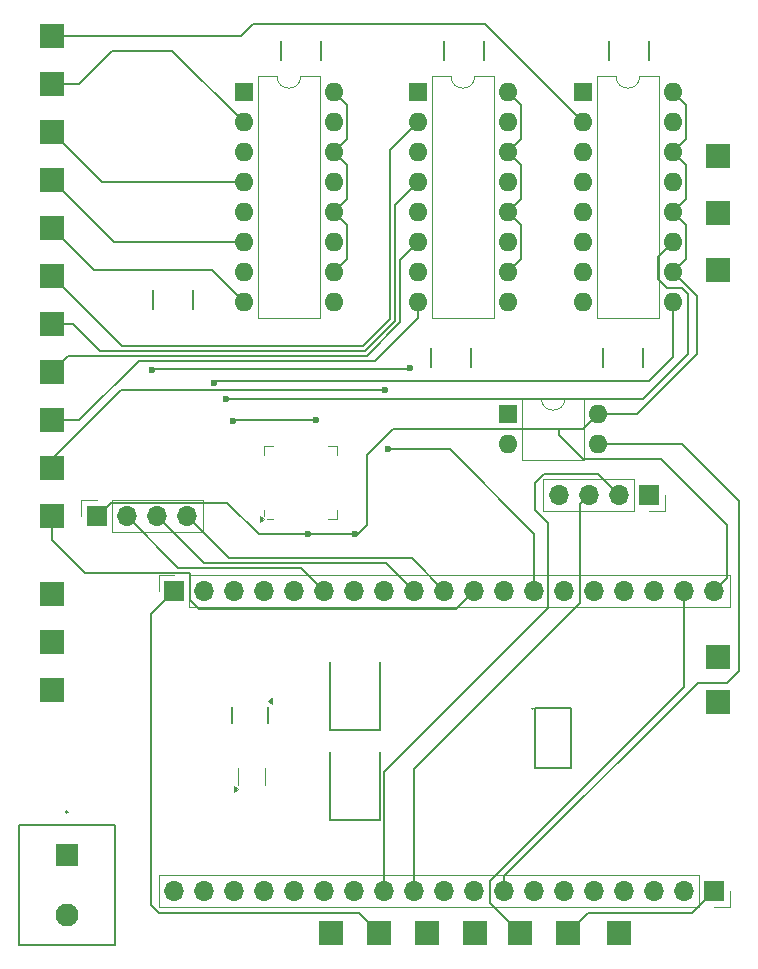
<source format=gbr>
%TF.GenerationSoftware,KiCad,Pcbnew,8.0.9-8.0.9-0~ubuntu22.04.1*%
%TF.CreationDate,2025-03-06T09:29:29+01:00*%
%TF.ProjectId,BrakeOutBoard,4272616b-654f-4757-9442-6f6172642e6b,rev?*%
%TF.SameCoordinates,Original*%
%TF.FileFunction,Legend,Top*%
%TF.FilePolarity,Positive*%
%FSLAX46Y46*%
G04 Gerber Fmt 4.6, Leading zero omitted, Abs format (unit mm)*
G04 Created by KiCad (PCBNEW 8.0.9-8.0.9-0~ubuntu22.04.1) date 2025-03-06 09:29:29*
%MOMM*%
%LPD*%
G01*
G04 APERTURE LIST*
G04 Aperture macros list*
%AMRoundRect*
0 Rectangle with rounded corners*
0 $1 Rounding radius*
0 $2 $3 $4 $5 $6 $7 $8 $9 X,Y pos of 4 corners*
0 Add a 4 corners polygon primitive as box body*
4,1,4,$2,$3,$4,$5,$6,$7,$8,$9,$2,$3,0*
0 Add four circle primitives for the rounded corners*
1,1,$1+$1,$2,$3*
1,1,$1+$1,$4,$5*
1,1,$1+$1,$6,$7*
1,1,$1+$1,$8,$9*
0 Add four rect primitives between the rounded corners*
20,1,$1+$1,$2,$3,$4,$5,0*
20,1,$1+$1,$4,$5,$6,$7,0*
20,1,$1+$1,$6,$7,$8,$9,0*
20,1,$1+$1,$8,$9,$2,$3,0*%
G04 Aperture macros list end*
%ADD10C,0.120000*%
%ADD11C,0.150000*%
%ADD12C,0.127000*%
%ADD13C,0.200000*%
%TA.AperFunction,ComponentPad*%
%ADD14R,1.600000X1.600000*%
%TD*%
%TA.AperFunction,ComponentPad*%
%ADD15O,1.600000X1.600000*%
%TD*%
%TA.AperFunction,ComponentPad*%
%ADD16RoundRect,0.250001X0.799999X-0.799999X0.799999X0.799999X-0.799999X0.799999X-0.799999X-0.799999X0*%
%TD*%
%TA.AperFunction,ComponentPad*%
%ADD17RoundRect,0.250001X0.799999X0.799999X-0.799999X0.799999X-0.799999X-0.799999X0.799999X-0.799999X0*%
%TD*%
%TA.AperFunction,ComponentPad*%
%ADD18R,1.950000X1.950000*%
%TD*%
%TA.AperFunction,ComponentPad*%
%ADD19C,1.950000*%
%TD*%
%TA.AperFunction,ComponentPad*%
%ADD20RoundRect,0.250001X-0.799999X-0.799999X0.799999X-0.799999X0.799999X0.799999X-0.799999X0.799999X0*%
%TD*%
%TA.AperFunction,ComponentPad*%
%ADD21RoundRect,0.250001X-0.799999X0.799999X-0.799999X-0.799999X0.799999X-0.799999X0.799999X0.799999X0*%
%TD*%
%TA.AperFunction,ComponentPad*%
%ADD22R,1.700000X1.700000*%
%TD*%
%TA.AperFunction,ComponentPad*%
%ADD23O,1.700000X1.700000*%
%TD*%
%TA.AperFunction,ViaPad*%
%ADD24C,0.600000*%
%TD*%
%TA.AperFunction,Conductor*%
%ADD25C,0.200000*%
%TD*%
G04 APERTURE END LIST*
D10*
%TO.C,U1*%
X159465600Y-80273200D02*
X159465600Y-100713200D01*
X159465600Y-100713200D02*
X164765600Y-100713200D01*
X161115600Y-80273200D02*
X159465600Y-80273200D01*
X164765600Y-80273200D02*
X163115600Y-80273200D01*
X164765600Y-100713200D02*
X164765600Y-80273200D01*
X163115600Y-80273200D02*
G75*
G02*
X161115600Y-80273200I-1000000J0D01*
G01*
D11*
%TO.C,Q2*%
X142521600Y-134343200D02*
X142521600Y-133693200D01*
X142521600Y-134343200D02*
X142521600Y-134993200D01*
X145641600Y-134343200D02*
X145641600Y-133693200D01*
X145641600Y-134343200D02*
X145641600Y-134993200D01*
D10*
X145921600Y-133420700D02*
X145591600Y-133180700D01*
X145921600Y-132940700D01*
X145921600Y-133420700D01*
G36*
X145921600Y-133420700D02*
G01*
X145591600Y-133180700D01*
X145921600Y-132940700D01*
X145921600Y-133420700D01*
G37*
D12*
%TO.C,USB_OUT_1*%
X124512600Y-143669700D02*
X124512600Y-153829700D01*
X124512600Y-153829700D02*
X132662600Y-153829700D01*
X132662600Y-143669700D02*
X124512600Y-143669700D01*
X132662600Y-153829700D02*
X132662600Y-143669700D01*
D13*
X128662600Y-142569700D02*
G75*
G02*
X128462600Y-142569700I-100000J0D01*
G01*
X128462600Y-142569700D02*
G75*
G02*
X128662600Y-142569700I100000J0D01*
G01*
D11*
%TO.C,R9*%
X146699600Y-77303200D02*
X146699600Y-78903200D01*
X150099600Y-77303200D02*
X150099600Y-78903200D01*
%TO.C,R7*%
X159399600Y-104903200D02*
X159399600Y-103303200D01*
X162799600Y-104903200D02*
X162799600Y-103303200D01*
D10*
%TO.C,Q1*%
X143033600Y-140245200D02*
X143033600Y-138835200D01*
X145353600Y-140235200D02*
X145353600Y-138835200D01*
X143083600Y-140615200D02*
X142753600Y-140855200D01*
X142753600Y-140375200D01*
X143083600Y-140615200D01*
G36*
X143083600Y-140615200D02*
G01*
X142753600Y-140855200D01*
X142753600Y-140375200D01*
X143083600Y-140615200D01*
G37*
D11*
%TO.C,R301*%
X135885600Y-99927200D02*
X135885600Y-98327200D01*
X139285600Y-99927200D02*
X139285600Y-98327200D01*
%TO.C,R13*%
X174455600Y-77303200D02*
X174455600Y-78903200D01*
X177855600Y-77303200D02*
X177855600Y-78903200D01*
D10*
%TO.C,J20*%
X136361800Y-147897800D02*
X136361800Y-150557800D01*
X182141800Y-147897800D02*
X136361800Y-147897800D01*
X182141800Y-147897800D02*
X182141800Y-150557800D01*
X182141800Y-150557800D02*
X136361800Y-150557800D01*
X184741800Y-149227800D02*
X184741800Y-150557800D01*
X184741800Y-150557800D02*
X183411800Y-150557800D01*
D11*
%TO.C,U101*%
X168215600Y-133769200D02*
X171255600Y-133769200D01*
X168215600Y-138829200D02*
X168215600Y-133769200D01*
X171255600Y-133769200D02*
X171255600Y-138829200D01*
X171255600Y-138829200D02*
X168215600Y-138829200D01*
X168015600Y-133799200D02*
G75*
G02*
X167955600Y-133799200I-30000J0D01*
G01*
X167955600Y-133799200D02*
G75*
G02*
X168015600Y-133799200I30000J0D01*
G01*
D10*
%TO.C,J5*%
X136361800Y-122497800D02*
X137691800Y-122497800D01*
X136361800Y-123827800D02*
X136361800Y-122497800D01*
X138961800Y-122497800D02*
X184741800Y-122497800D01*
X138961800Y-125157800D02*
X138961800Y-122497800D01*
X138961800Y-125157800D02*
X184741800Y-125157800D01*
X184741800Y-125157800D02*
X184741800Y-122497800D01*
%TO.C,GPS_1*%
X168913600Y-114395200D02*
X168913600Y-117055200D01*
X176593600Y-114395200D02*
X168913600Y-114395200D01*
X176593600Y-114395200D02*
X176593600Y-117055200D01*
X176593600Y-117055200D02*
X168913600Y-117055200D01*
X179193600Y-115725200D02*
X179193600Y-117055200D01*
X179193600Y-117055200D02*
X177863600Y-117055200D01*
D11*
%TO.C,D2*%
X150821600Y-143261200D02*
X150821600Y-137451200D01*
X150821600Y-143261200D02*
X155121600Y-143261200D01*
X155121600Y-143261200D02*
X155121600Y-137451200D01*
D10*
%TO.C,U4*%
X173433100Y-80273200D02*
X173433100Y-100713200D01*
X173433100Y-100713200D02*
X178733100Y-100713200D01*
X175083100Y-80273200D02*
X173433100Y-80273200D01*
X178733100Y-80273200D02*
X177083100Y-80273200D01*
X178733100Y-100713200D02*
X178733100Y-80273200D01*
X177083100Y-80273200D02*
G75*
G02*
X175083100Y-80273200I-1000000J0D01*
G01*
%TO.C,U2*%
X144733600Y-80273200D02*
X144733600Y-100713200D01*
X144733600Y-100713200D02*
X150033600Y-100713200D01*
X146383600Y-80273200D02*
X144733600Y-80273200D01*
X150033600Y-80273200D02*
X148383600Y-80273200D01*
X150033600Y-100713200D02*
X150033600Y-80273200D01*
X148383600Y-80273200D02*
G75*
G02*
X146383600Y-80273200I-1000000J0D01*
G01*
%TO.C,BME_280*%
X129797600Y-116173200D02*
X131127600Y-116173200D01*
X129797600Y-117503200D02*
X129797600Y-116173200D01*
X132397600Y-116173200D02*
X140077600Y-116173200D01*
X132397600Y-118833200D02*
X132397600Y-116173200D01*
X132397600Y-118833200D02*
X140077600Y-118833200D01*
X140077600Y-118833200D02*
X140077600Y-116173200D01*
%TO.C,U3*%
X167095600Y-107532200D02*
X167095600Y-112732200D01*
X167095600Y-112732200D02*
X172395600Y-112732200D01*
X168745600Y-107532200D02*
X167095600Y-107532200D01*
X172395600Y-107532200D02*
X170745600Y-107532200D01*
X172395600Y-112732200D02*
X172395600Y-107532200D01*
X170745600Y-107532200D02*
G75*
G02*
X168745600Y-107532200I-1000000J0D01*
G01*
D11*
%TO.C,D1*%
X150821600Y-135641200D02*
X150821600Y-129831200D01*
X150821600Y-135641200D02*
X155121600Y-135641200D01*
X155121600Y-135641200D02*
X155121600Y-129831200D01*
D10*
%TO.C,U501*%
X145259600Y-111555700D02*
X146009600Y-111555700D01*
X145259600Y-112305700D02*
X145259600Y-111555700D01*
X145259600Y-117025700D02*
X145259600Y-117475700D01*
X146009600Y-117775700D02*
X145499600Y-117775700D01*
X151479600Y-111555700D02*
X150729600Y-111555700D01*
X151479600Y-112305700D02*
X151479600Y-111555700D01*
X151479600Y-117025700D02*
X151479600Y-117775700D01*
X151479600Y-117775700D02*
X150729600Y-117775700D01*
X145259600Y-117775700D02*
X144929600Y-118015700D01*
X144929600Y-117535700D01*
X145259600Y-117775700D01*
G36*
X145259600Y-117775700D02*
G01*
X144929600Y-118015700D01*
X144929600Y-117535700D01*
X145259600Y-117775700D01*
G37*
D11*
%TO.C,R10*%
X160485600Y-77303200D02*
X160485600Y-78903200D01*
X163885600Y-77303200D02*
X163885600Y-78903200D01*
%TO.C,R11*%
X173947600Y-104903200D02*
X173947600Y-103303200D01*
X177347600Y-104903200D02*
X177347600Y-103303200D01*
%TD*%
D14*
%TO.P,U1,1*%
%TO.N,Net-(R7-Pad5)*%
X158305600Y-81603200D03*
D15*
%TO.P,U1,2*%
%TO.N,/Optocopler/BrakePads*%
X158305600Y-84143200D03*
%TO.P,U1,3*%
%TO.N,Net-(R7-Pad6)*%
X158305600Y-86683200D03*
%TO.P,U1,4*%
%TO.N,/Optocopler/MotorCap*%
X158305600Y-89223200D03*
%TO.P,U1,5*%
%TO.N,Net-(R7-Pad7)*%
X158305600Y-91763200D03*
%TO.P,U1,6*%
%TO.N,/Optocopler/WhiperWater*%
X158305600Y-94303200D03*
%TO.P,U1,7*%
%TO.N,Net-(R7-Pad8)*%
X158305600Y-96843200D03*
%TO.P,U1,8*%
%TO.N,Net-(BF_1-Pin_1)*%
X158305600Y-99383200D03*
%TO.P,U1,9*%
%TO.N,PortExpander GPA2*%
X165925600Y-99383200D03*
%TO.P,U1,10*%
%TO.N,3\u002C3 V from ESP*%
X165925600Y-96843200D03*
%TO.P,U1,11*%
%TO.N,PortExpander GPA3*%
X165925600Y-94303200D03*
%TO.P,U1,12*%
%TO.N,3\u002C3 V from ESP*%
X165925600Y-91763200D03*
%TO.P,U1,13*%
%TO.N,PortExpander GPA1*%
X165925600Y-89223200D03*
%TO.P,U1,14*%
%TO.N,3\u002C3 V from ESP*%
X165925600Y-86683200D03*
%TO.P,U1,15*%
%TO.N,PortExpander GPA0*%
X165925600Y-84143200D03*
%TO.P,U1,16*%
%TO.N,3\u002C3 V from ESP*%
X165925600Y-81603200D03*
%TD*%
D16*
%TO.P,BF_1,1,Pin_1*%
%TO.N,Net-(BF_1-Pin_1)*%
X127317600Y-109375200D03*
%TD*%
D17*
%TO.P,GND_1,1,Pin_1*%
%TO.N,GND*%
X171005600Y-152809200D03*
%TD*%
D18*
%TO.P,USB_OUT_1,1,1*%
%TO.N,/Latch_Circuit/12 V out*%
X128562600Y-146209700D03*
D19*
%TO.P,USB_OUT_1,2,2*%
%TO.N,GND*%
X128562600Y-151289700D03*
%TD*%
D16*
%TO.P,MC_1,1,Pin_1*%
%TO.N,/Optocopler/MotorCap*%
X127317600Y-101247200D03*
%TD*%
D20*
%TO.P,TFT_DC_1,1,Pin_1*%
%TO.N,Net-(J20-Pin_15)*%
X150939600Y-152809200D03*
%TD*%
%TO.P,CS_1,1,Pin_1*%
%TO.N,Net-(CS_1-Pin_1)*%
X159067600Y-152809200D03*
%TD*%
D21*
%TO.P,MEM_1,1,Pin_1*%
%TO.N,/Optocopler/MemoryButton*%
X183705600Y-91849200D03*
%TD*%
D22*
%TO.P,J20,1,Pin_1*%
%TO.N,GND*%
X183411800Y-149227800D03*
D23*
%TO.P,J20,2,Pin_2*%
%TO.N,Net-(J20-Pin_2)*%
X180871800Y-149227800D03*
%TO.P,J20,3,Pin_3*%
%TO.N,CAN Modul CTX*%
X178331800Y-149227800D03*
%TO.P,J20,4,Pin_4*%
%TO.N,unconnected-(J20-Pin_4-Pad4)*%
X175791800Y-149227800D03*
%TO.P,J20,5,Pin_5*%
%TO.N,unconnected-(J20-Pin_5-Pad5)*%
X173251800Y-149227800D03*
%TO.P,J20,6,Pin_6*%
%TO.N,CAN Modul RTX*%
X170711800Y-149227800D03*
%TO.P,J20,7,Pin_7*%
%TO.N,GND*%
X168171800Y-149227800D03*
%TO.P,J20,8,Pin_8*%
%TO.N,GPIO 19 (PIN 31)*%
X165631800Y-149227800D03*
%TO.P,J20,9,Pin_9*%
%TO.N,Net-(J20-Pin_9)*%
X163091800Y-149227800D03*
%TO.P,J20,10,Pin_10*%
%TO.N,Net-(CS_1-Pin_1)*%
X160551800Y-149227800D03*
%TO.P,J20,11,Pin_11*%
%TO.N,GPIO 17 (PIN 28)*%
X158011800Y-149227800D03*
%TO.P,J20,12,Pin_12*%
%TO.N,GPIO 16 (PIN 27)*%
X155471800Y-149227800D03*
%TO.P,J20,13,Pin_13*%
%TO.N,GPIO 4 (PIN 26)*%
X152931800Y-149227800D03*
%TO.P,J20,14,Pin_14*%
%TO.N,GPIO 0 (PIN 25)*%
X150391800Y-149227800D03*
%TO.P,J20,15,Pin_15*%
%TO.N,Net-(J20-Pin_15)*%
X147851800Y-149227800D03*
%TO.P,J20,16,Pin_16*%
%TO.N,unconnected-(J20-Pin_16-Pad16)*%
X145311800Y-149227800D03*
%TO.P,J20,17,Pin_17*%
%TO.N,unconnected-(J20-Pin_17-Pad17)*%
X142771800Y-149227800D03*
%TO.P,J20,18,Pin_18*%
%TO.N,unconnected-(J20-Pin_18-Pad18)*%
X140231800Y-149227800D03*
%TO.P,J20,19,Pin_19*%
%TO.N,unconnected-(J20-Pin_19-Pad19)*%
X137691800Y-149227800D03*
%TD*%
D20*
%TO.P,5V_1,1,Pin_1*%
%TO.N,Net-(5V_1-Pin_1)*%
X155003600Y-152809200D03*
%TD*%
D16*
%TO.P,WW_1,1,Pin_1*%
%TO.N,/Optocopler/WhiperWater*%
X127317600Y-105311200D03*
%TD*%
D22*
%TO.P,J5,1,Pin_1*%
%TO.N,Net-(5V_1-Pin_1)*%
X137691800Y-123827800D03*
D23*
%TO.P,J5,2,Pin_2*%
%TO.N,unconnected-(J5-Pin_2-Pad2)*%
X140231800Y-123827800D03*
%TO.P,J5,3,Pin_3*%
%TO.N,unconnected-(J5-Pin_3-Pad3)*%
X142771800Y-123827800D03*
%TO.P,J5,4,Pin_4*%
%TO.N,unconnected-(J5-Pin_4-Pad4)*%
X145311800Y-123827800D03*
%TO.P,J5,5,Pin_5*%
%TO.N,GPIO 13 (PIN 15)*%
X147851800Y-123827800D03*
%TO.P,J5,6,Pin_6*%
%TO.N,GND*%
X150391800Y-123827800D03*
%TO.P,J5,7,Pin_7*%
%TO.N,StayOn*%
X152931800Y-123827800D03*
%TO.P,J5,8,Pin_8*%
%TO.N,GPIO 14 (PIN 12)*%
X155471800Y-123827800D03*
%TO.P,J5,9,Pin_9*%
%TO.N,GPIO 27 (PIN 11)*%
X158011800Y-123827800D03*
%TO.P,J5,10,Pin_10*%
%TO.N,GPIO 26 (PIN 10)*%
X160551800Y-123827800D03*
%TO.P,J5,11,Pin_11*%
%TO.N,Net-(J5-Pin_11)*%
X163091800Y-123827800D03*
%TO.P,J5,12,Pin_12*%
%TO.N,GPIO 33 (PIN 8)*%
X165631800Y-123827800D03*
%TO.P,J5,13,Pin_13*%
%TO.N,GPIO 32 (PIN 7)*%
X168171800Y-123827800D03*
%TO.P,J5,14,Pin_14*%
%TO.N,GPIO 35 (PIN 6)*%
X170711800Y-123827800D03*
%TO.P,J5,15,Pin_15*%
%TO.N,GPIO 34 (PIN 5)*%
X173251800Y-123827800D03*
%TO.P,J5,16,Pin_16*%
%TO.N,VoltMeasurement*%
X175791800Y-123827800D03*
%TO.P,J5,17,Pin_17*%
%TO.N,unconnected-(J5-Pin_17-Pad17)*%
X178331800Y-123827800D03*
%TO.P,J5,18,Pin_18*%
%TO.N,Net-(J5-Pin_18)*%
X180871800Y-123827800D03*
%TO.P,J5,19,Pin_19*%
%TO.N,3\u002C3 V from ESP*%
X183411800Y-123827800D03*
%TD*%
D16*
%TO.P,K30,1,Pin_1*%
%TO.N,/Latch_Circuit/K30*%
X127317600Y-132235200D03*
%TD*%
%TO.P,K31,1,Pin_1*%
%TO.N,GND*%
X127317600Y-124107200D03*
%TD*%
%TO.P,SD_1,1,Pin_1*%
%TO.N,/Optocopler/SlidingDoor*%
X127317600Y-84991200D03*
%TD*%
D22*
%TO.P,GPS_1,1,Pin_1*%
%TO.N,3\u002C3 V from ESP*%
X177863600Y-115725200D03*
D23*
%TO.P,GPS_1,2,Pin_2*%
%TO.N,GPIO 16 (PIN 27)*%
X175323600Y-115725200D03*
%TO.P,GPS_1,3,Pin_3*%
%TO.N,GPIO 17 (PIN 28)*%
X172783600Y-115725200D03*
%TO.P,GPS_1,4,Pin_4*%
%TO.N,GND*%
X170243600Y-115725200D03*
%TD*%
D21*
%TO.P,MODE_1,1,Pin_1*%
%TO.N,/Optocopler/ModeButton*%
X183705600Y-87023200D03*
%TD*%
D14*
%TO.P,U4,1*%
%TO.N,Net-(R11-Pad5)*%
X172273100Y-81603200D03*
D15*
%TO.P,U4,2*%
%TO.N,/Optocopler/Trunk*%
X172273100Y-84143200D03*
%TO.P,U4,3*%
%TO.N,Net-(R11-Pad6)*%
X172273100Y-86683200D03*
%TO.P,U4,4*%
%TO.N,/Optocopler/ModeButton*%
X172273100Y-89223200D03*
%TO.P,U4,5*%
%TO.N,Net-(R11-Pad7)*%
X172273100Y-91763200D03*
%TO.P,U4,6*%
%TO.N,/Optocopler/MemoryButton*%
X172273100Y-94303200D03*
%TO.P,U4,7*%
%TO.N,Net-(R11-Pad8)*%
X172273100Y-96843200D03*
%TO.P,U4,8*%
%TO.N,/Optocopler/ResetButton*%
X172273100Y-99383200D03*
%TO.P,U4,9*%
%TO.N,PortExpander GPB5*%
X179893100Y-99383200D03*
%TO.P,U4,10*%
%TO.N,3\u002C3 V from ESP*%
X179893100Y-96843200D03*
%TO.P,U4,11*%
%TO.N,PortExpander GPB4*%
X179893100Y-94303200D03*
%TO.P,U4,12*%
%TO.N,3\u002C3 V from ESP*%
X179893100Y-91763200D03*
%TO.P,U4,13*%
%TO.N,PortExpander GPB3*%
X179893100Y-89223200D03*
%TO.P,U4,14*%
%TO.N,3\u002C3 V from ESP*%
X179893100Y-86683200D03*
%TO.P,U4,15*%
%TO.N,PortExpander GPB2*%
X179893100Y-84143200D03*
%TO.P,U4,16*%
%TO.N,3\u002C3 V from ESP*%
X179893100Y-81603200D03*
%TD*%
D21*
%TO.P,CAN_L_1,1,Pin_1*%
%TO.N,/CAN Modul/CAN_L*%
X183705600Y-133251200D03*
%TD*%
D14*
%TO.P,U2,1*%
%TO.N,Net-(R301-Pad8)*%
X143573600Y-81603200D03*
D15*
%TO.P,U2,2*%
%TO.N,/Optocopler/DoorRight*%
X143573600Y-84143200D03*
%TO.P,U2,3*%
%TO.N,Net-(R301-Pad7)*%
X143573600Y-86683200D03*
%TO.P,U2,4*%
%TO.N,/Optocopler/SlidingDoor*%
X143573600Y-89223200D03*
%TO.P,U2,5*%
%TO.N,Net-(R301-Pad6)*%
X143573600Y-91763200D03*
%TO.P,U2,6*%
%TO.N,/Optocopler/OilPresure*%
X143573600Y-94303200D03*
%TO.P,U2,7*%
%TO.N,Net-(R301-Pad5)*%
X143573600Y-96843200D03*
%TO.P,U2,8*%
%TO.N,/Optocopler/Coolant*%
X143573600Y-99383200D03*
%TO.P,U2,9*%
%TO.N,PortExpander GPB1*%
X151193600Y-99383200D03*
%TO.P,U2,10*%
%TO.N,3\u002C3 V from ESP*%
X151193600Y-96843200D03*
%TO.P,U2,11*%
%TO.N,PortExpander GPB0*%
X151193600Y-94303200D03*
%TO.P,U2,12*%
%TO.N,3\u002C3 V from ESP*%
X151193600Y-91763200D03*
%TO.P,U2,13*%
%TO.N,PortExpander GPA5*%
X151193600Y-89223200D03*
%TO.P,U2,14*%
%TO.N,3\u002C3 V from ESP*%
X151193600Y-86683200D03*
%TO.P,U2,15*%
%TO.N,PortExpander GPA4*%
X151193600Y-84143200D03*
%TO.P,U2,16*%
%TO.N,3\u002C3 V from ESP*%
X151193600Y-81603200D03*
%TD*%
D16*
%TO.P,OP_1,1,Pin_1*%
%TO.N,/Optocopler/OilPresure*%
X127317600Y-89055200D03*
%TD*%
D20*
%TO.P,SLK_1,1,Pin_1*%
%TO.N,Net-(J20-Pin_9)*%
X163131600Y-152809200D03*
%TD*%
D22*
%TO.P,BME_280,1,Pin_1*%
%TO.N,3\u002C3 V from ESP*%
X131127600Y-117503200D03*
D23*
%TO.P,BME_280,2,Pin_2*%
%TO.N,GND*%
X133667600Y-117503200D03*
%TO.P,BME_280,3,Pin_3*%
%TO.N,GPIO 27 (PIN 11)*%
X136207600Y-117503200D03*
%TO.P,BME_280,4,Pin_4*%
%TO.N,GPIO 26 (PIN 10)*%
X138747600Y-117503200D03*
%TD*%
D16*
%TO.P,K15,1,Pin_1*%
%TO.N,K15*%
X127317600Y-128171200D03*
%TD*%
D21*
%TO.P,CAN_H_1,1,Pin_1*%
%TO.N,/CAN Modul/CAN_H*%
X183705600Y-129441200D03*
%TD*%
D16*
%TO.P,RD_1,1,Pin_1*%
%TO.N,/Optocopler/DoorRight*%
X127317600Y-80927200D03*
%TD*%
D14*
%TO.P,U3,1*%
%TO.N,Net-(R12-Pad2)*%
X165935600Y-108862200D03*
D15*
%TO.P,U3,2*%
%TO.N,GND*%
X165935600Y-111402200D03*
%TO.P,U3,3*%
%TO.N,GPIO 19 (PIN 31)*%
X173555600Y-111402200D03*
%TO.P,U3,4*%
%TO.N,3\u002C3 V from ESP*%
X173555600Y-108862200D03*
%TD*%
D16*
%TO.P,BP_1,1,Pin_1*%
%TO.N,/Optocopler/BrakePads*%
X127317600Y-97183200D03*
%TD*%
%TO.P,OL_LED_1,1,Pin_1*%
%TO.N,Net-(J5-Pin_11)*%
X127317600Y-117503200D03*
%TD*%
D17*
%TO.P,RST_1,1,Pin_1*%
%TO.N,Net-(J5-Pin_18)*%
X166941600Y-152809200D03*
%TD*%
D16*
%TO.P,OS_1,1,Pin_1*%
%TO.N,Net-(OS_1-Pin_1)*%
X127317600Y-113439200D03*
%TD*%
%TO.P,Cool_1,1,Pin_1*%
%TO.N,/Optocopler/Coolant*%
X127317600Y-93119200D03*
%TD*%
D20*
%TO.P,MOSi_1,1,Pin_1*%
%TO.N,Net-(J20-Pin_2)*%
X175323600Y-152809200D03*
%TD*%
D21*
%TO.P,RESET_1,1,Pin_1*%
%TO.N,/Optocopler/ResetButton*%
X183705600Y-96675200D03*
%TD*%
%TO.P,TR_1,1,Pin_1*%
%TO.N,/Optocopler/Trunk*%
X127317600Y-76863200D03*
%TD*%
D24*
%TO.N,K15*%
X135788800Y-105146400D03*
X157647600Y-104953200D03*
%TO.N,GPIO 32 (PIN 7)*%
X155765600Y-111828000D03*
%TO.N,3\u002C3 V from ESP*%
X149019600Y-119027200D03*
X152971600Y-119027200D03*
%TO.N,PortExpander GPB4*%
X142049600Y-107597200D03*
%TO.N,PortExpander GPB3*%
X149669600Y-109375200D03*
X142649600Y-109467200D03*
%TO.N,PortExpander GPB5*%
X141033600Y-106235200D03*
%TO.N,Net-(OS_1-Pin_1)*%
X155511600Y-106835200D03*
%TD*%
D25*
%TO.N,GND*%
X138023600Y-121859200D02*
X148423200Y-121859200D01*
X133667600Y-117503200D02*
X138023600Y-121859200D01*
X181536400Y-151103200D02*
X172711600Y-151103200D01*
X183411800Y-149227800D02*
X181536400Y-151103200D01*
X148423200Y-121859200D02*
X150391800Y-123827800D01*
X172711600Y-151103200D02*
X171005600Y-152809200D01*
%TO.N,K15*%
X157543600Y-105057200D02*
X157647600Y-104953200D01*
X135788800Y-105146400D02*
X135878000Y-105057200D01*
X135878000Y-105057200D02*
X157543600Y-105057200D01*
%TO.N,GPIO 32 (PIN 7)*%
X168171800Y-123827800D02*
X168171800Y-118987400D01*
X168171800Y-118987400D02*
X161012400Y-111828000D01*
X161012400Y-111828000D02*
X155765600Y-111828000D01*
%TO.N,GPIO 27 (PIN 11)*%
X155643200Y-121459200D02*
X158011800Y-123827800D01*
X140163600Y-121459200D02*
X155643200Y-121459200D01*
X136207600Y-117503200D02*
X140163600Y-121459200D01*
%TO.N,3\u002C3 V from ESP*%
X179893100Y-91763200D02*
X180993100Y-92863200D01*
X152293600Y-90663200D02*
X151193600Y-91763200D01*
X151193600Y-86683200D02*
X152293600Y-87783200D01*
X152293600Y-95743200D02*
X151193600Y-96843200D01*
X172280600Y-110137200D02*
X156187071Y-110137200D01*
X152293600Y-87783200D02*
X152293600Y-90663200D01*
X156187071Y-110137200D02*
X153987600Y-112336671D01*
X179893100Y-81603200D02*
X180993100Y-82703200D01*
X180993100Y-85583200D02*
X179893100Y-86683200D01*
X180993100Y-92863200D02*
X180993100Y-95743200D01*
X178879600Y-112677200D02*
X172275600Y-112677200D01*
X179893100Y-86683200D02*
X180993100Y-87783200D01*
X181927600Y-103787200D02*
X176847600Y-108867200D01*
X153225600Y-119027200D02*
X149019600Y-119027200D01*
X170243600Y-110645200D02*
X170243600Y-110137200D01*
X165925600Y-86683200D02*
X167025600Y-87783200D01*
X165925600Y-91763200D02*
X167025600Y-92863200D01*
X151193600Y-81603200D02*
X152293600Y-82703200D01*
X131127600Y-117503200D02*
X132277600Y-116353200D01*
X153987600Y-112336671D02*
X153987600Y-118265200D01*
X142169600Y-116353200D02*
X144843600Y-119027200D01*
X152293600Y-82703200D02*
X152293600Y-85583200D01*
X165925600Y-81603200D02*
X167025600Y-82703200D01*
X132277600Y-116353200D02*
X142169600Y-116353200D01*
X167025600Y-90663200D02*
X165925600Y-91763200D01*
X144843600Y-119027200D02*
X149019600Y-119027200D01*
X184467600Y-122772000D02*
X184467600Y-118265200D01*
X172275600Y-112677200D02*
X170243600Y-110645200D01*
X167025600Y-87783200D02*
X167025600Y-90663200D01*
X184467600Y-118265200D02*
X178879600Y-112677200D01*
X180993100Y-95743200D02*
X179893100Y-96843200D01*
X153987600Y-118265200D02*
X153225600Y-119027200D01*
X176847600Y-108867200D02*
X173550600Y-108867200D01*
X151193600Y-91763200D02*
X152293600Y-92863200D01*
X167025600Y-82703200D02*
X167025600Y-85583200D01*
X152293600Y-92863200D02*
X152293600Y-95743200D01*
X152293600Y-85583200D02*
X151193600Y-86683200D01*
X179893100Y-96843200D02*
X181927600Y-98877700D01*
X167025600Y-95743200D02*
X165925600Y-96843200D01*
X180993100Y-90663200D02*
X179893100Y-91763200D01*
X183411800Y-123827800D02*
X184467600Y-122772000D01*
X180993100Y-82703200D02*
X180993100Y-85583200D01*
X167025600Y-85583200D02*
X165925600Y-86683200D01*
X172280600Y-110137200D02*
X173555600Y-108862200D01*
X180993100Y-87783200D02*
X180993100Y-90663200D01*
X167025600Y-92863200D02*
X167025600Y-95743200D01*
X173550600Y-108867200D02*
X172280600Y-110137200D01*
X181927600Y-98877700D02*
X181927600Y-103787200D01*
%TO.N,GPIO 26 (PIN 10)*%
X142303600Y-121059200D02*
X157783200Y-121059200D01*
X138747600Y-117503200D02*
X142303600Y-121059200D01*
X157783200Y-121059200D02*
X160551800Y-123827800D01*
%TO.N,/Optocopler/Coolant*%
X130873600Y-96675200D02*
X140865600Y-96675200D01*
X127317600Y-93119200D02*
X130873600Y-96675200D01*
X140865600Y-96675200D02*
X143573600Y-99383200D01*
%TO.N,/Optocopler/MotorCap*%
X153791285Y-103533200D02*
X131381600Y-103533200D01*
X131381600Y-103533200D02*
X129095600Y-101247200D01*
X129095600Y-101247200D02*
X127317600Y-101247200D01*
X156382000Y-91146800D02*
X156382000Y-100942485D01*
X158305600Y-89223200D02*
X156382000Y-91146800D01*
X156382000Y-100942485D02*
X153791285Y-103533200D01*
%TO.N,/Optocopler/WhiperWater*%
X156782000Y-95826800D02*
X158305600Y-94303200D01*
X153956971Y-103933200D02*
X156782000Y-101108171D01*
X156782000Y-101108171D02*
X156782000Y-95826800D01*
X127317600Y-105311200D02*
X128695600Y-103933200D01*
X128695600Y-103933200D02*
X153956971Y-103933200D01*
%TO.N,/Optocopler/BrakePads*%
X155982000Y-100776799D02*
X155982000Y-86466800D01*
X133267600Y-103133200D02*
X153625599Y-103133200D01*
X153625599Y-103133200D02*
X155982000Y-100776799D01*
X127317600Y-97183200D02*
X133267600Y-103133200D01*
X155982000Y-86466800D02*
X158305600Y-84143200D01*
%TO.N,/Optocopler/OilPresure*%
X127317600Y-89055200D02*
X132565600Y-94303200D01*
X132565600Y-94303200D02*
X143573600Y-94303200D01*
%TO.N,/Optocopler/SlidingDoor*%
X143573600Y-89223200D02*
X131549600Y-89223200D01*
X131549600Y-89223200D02*
X127317600Y-84991200D01*
%TO.N,GPIO 16 (PIN 27)*%
X173545600Y-113947200D02*
X168973600Y-113947200D01*
X168211600Y-114709200D02*
X168211600Y-116995200D01*
X169321800Y-125283000D02*
X155471800Y-139133000D01*
X155471800Y-139133000D02*
X155471800Y-149227800D01*
X168973600Y-113947200D02*
X168211600Y-114709200D01*
X169321800Y-118105400D02*
X169321800Y-125283000D01*
X175323600Y-115725200D02*
X173545600Y-113947200D01*
X168211600Y-116995200D02*
X169321800Y-118105400D01*
%TO.N,GPIO 17 (PIN 28)*%
X172783600Y-115725200D02*
X172021600Y-116487200D01*
X158011800Y-138879000D02*
X158011800Y-149227800D01*
X172021600Y-116487200D02*
X172021600Y-124869200D01*
X172021600Y-124869200D02*
X158011800Y-138879000D01*
%TO.N,/Optocopler/Trunk*%
X127317600Y-76863200D02*
X143319600Y-76863200D01*
X163977100Y-75847200D02*
X172273100Y-84143200D01*
X144335600Y-75847200D02*
X163977100Y-75847200D01*
X143319600Y-76863200D02*
X144335600Y-75847200D01*
%TO.N,GPIO 19 (PIN 31)*%
X185483600Y-130631200D02*
X185483600Y-116233200D01*
X184511600Y-131603200D02*
X185483600Y-130631200D01*
X182011600Y-131603200D02*
X184511600Y-131603200D01*
X185483600Y-116233200D02*
X180657600Y-111407200D01*
X165631800Y-147983000D02*
X182011600Y-131603200D01*
X180657600Y-111407200D02*
X173560600Y-111407200D01*
X165631800Y-149227800D02*
X165631800Y-147983000D01*
%TO.N,PortExpander GPB4*%
X179387600Y-98199200D02*
X178625600Y-97437200D01*
X181166000Y-98681786D02*
X180683414Y-98199200D01*
X178625600Y-97437200D02*
X178625600Y-95570700D01*
X177355600Y-107597200D02*
X181166000Y-103786800D01*
X181166000Y-103786800D02*
X181166000Y-98681786D01*
X142049600Y-107597200D02*
X177355600Y-107597200D01*
X178625600Y-95570700D02*
X179893100Y-94303200D01*
X180683414Y-98199200D02*
X179387600Y-98199200D01*
%TO.N,PortExpander GPB3*%
X149669600Y-109375200D02*
X142741600Y-109375200D01*
X142741600Y-109375200D02*
X142649600Y-109467200D01*
%TO.N,PortExpander GPB5*%
X141033600Y-106235200D02*
X141195600Y-106073200D01*
X179895600Y-103533200D02*
X179893100Y-103530700D01*
X177863600Y-106073200D02*
X179895600Y-104041200D01*
X141195600Y-106073200D02*
X177863600Y-106073200D01*
X179893100Y-103530700D02*
X179893100Y-99383200D01*
X179895600Y-104041200D02*
X179895600Y-103533200D01*
%TO.N,/Optocopler/DoorRight*%
X129603600Y-80927200D02*
X132440600Y-78090200D01*
X132440600Y-78090200D02*
X137520600Y-78090200D01*
X127317600Y-80927200D02*
X129603600Y-80927200D01*
X137520600Y-78090200D02*
X143573600Y-84143200D01*
%TO.N,Net-(5V_1-Pin_1)*%
X153297600Y-151103200D02*
X136353946Y-151103200D01*
X135699600Y-125820000D02*
X137691800Y-123827800D01*
X155003600Y-152809200D02*
X153297600Y-151103200D01*
X136353946Y-151103200D02*
X135699600Y-150448854D01*
X135699600Y-150448854D02*
X135699600Y-125820000D01*
%TO.N,Net-(BF_1-Pin_1)*%
X129641600Y-109375200D02*
X134683600Y-104333200D01*
X154710800Y-104333200D02*
X158305600Y-100738400D01*
X127317600Y-109375200D02*
X129641600Y-109375200D01*
X158305600Y-100738400D02*
X158305600Y-99383200D01*
X134683600Y-104333200D02*
X154710800Y-104333200D01*
%TO.N,Net-(J5-Pin_11)*%
X161542400Y-125377200D02*
X139763600Y-125377200D01*
X139001600Y-124615200D02*
X139001600Y-122329200D01*
X163091800Y-123827800D02*
X161542400Y-125377200D01*
X127317600Y-119535200D02*
X127317600Y-117503200D01*
X139763600Y-125377200D02*
X139001600Y-124615200D01*
X139001600Y-122329200D02*
X130111600Y-122329200D01*
X130111600Y-122329200D02*
X127317600Y-119535200D01*
%TO.N,Net-(J5-Pin_18)*%
X180871800Y-131963314D02*
X180871800Y-123827800D01*
X164401600Y-148433514D02*
X180871800Y-131963314D01*
X164401600Y-150269200D02*
X164401600Y-148433514D01*
X166941600Y-152809200D02*
X164401600Y-150269200D01*
%TO.N,Net-(OS_1-Pin_1)*%
X155511600Y-106835200D02*
X133159600Y-106835200D01*
X133159600Y-106835200D02*
X127317600Y-112677200D01*
%TD*%
M02*

</source>
